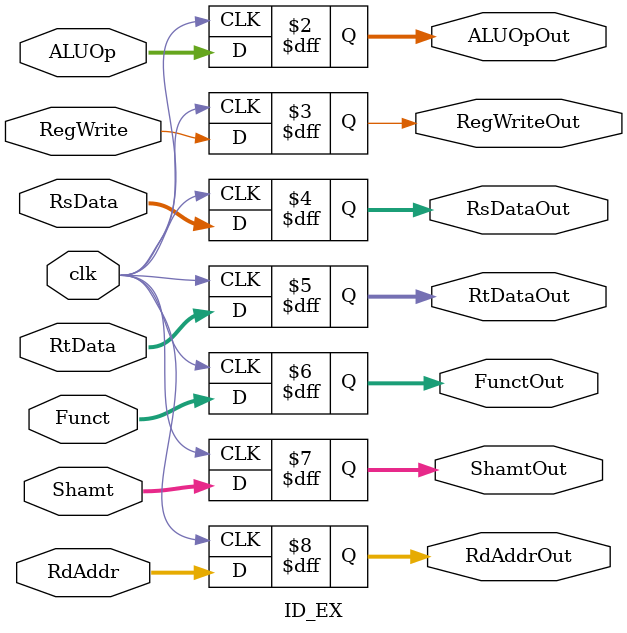
<source format=v>
module ID_EX(
	// Outputs
	output reg [1:0]ALUOpOut,
	output reg RegWriteOut,
	output reg [31:0]RsDataOut,RtDataOut,
	output reg [5:0]FunctOut,
	output reg [4:0]ShamtOut, RdAddrOut,
	// Inputs
	input wire [1:0]ALUOp,
	input wire clk, RegWrite,
	input wire [31:0]RsData,RtData,
	input wire [5:0]Funct, 
	input wire [4:0]Shamt, RdAddr
);

	always @ (posedge clk)
	begin
		ALUOpOut <= ALUOp;
		RegWriteOut <= RegWrite;
		RsDataOut <= RsData;
		RtDataOut <= RtData;
		FunctOut <= Funct;
		ShamtOut <= Shamt;
		RdAddrOut <= RdAddr;
	end
endmodule
</source>
